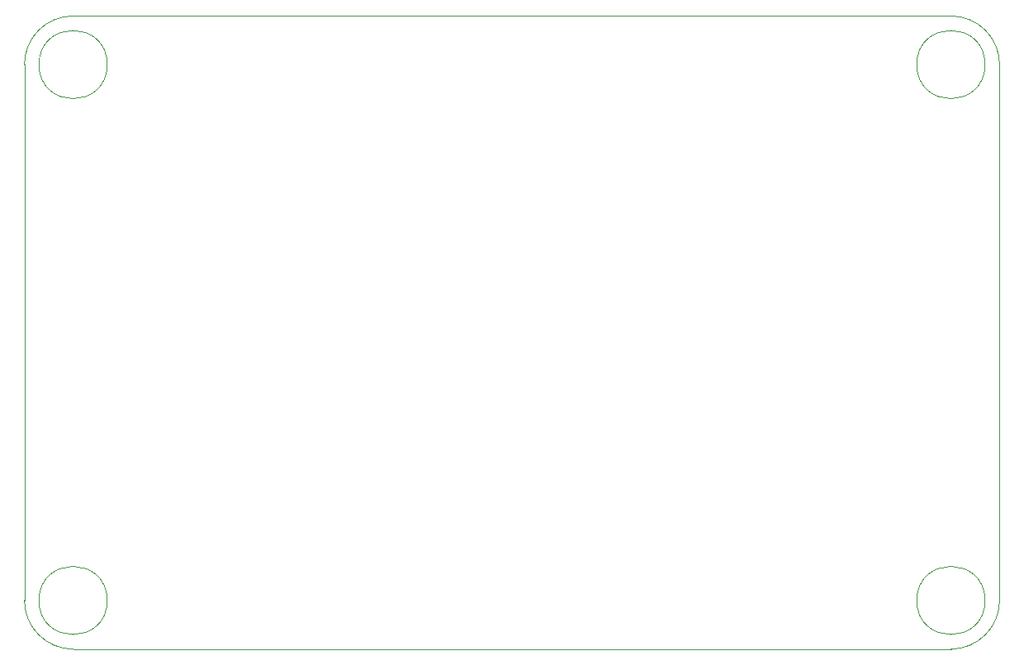
<source format=gbr>
%TF.GenerationSoftware,Altium Limited,Altium Designer,24.0.1 (36)*%
G04 Layer_Color=16711935*
%FSLAX45Y45*%
%MOMM*%
%TF.SameCoordinates,FB142892-ABB5-4026-B094-0FDC62B1FA86*%
%TF.FilePolarity,Positive*%
%TF.FileFunction,Other,Mechanical_1*%
%TF.Part,Single*%
G01*
G75*
%TA.AperFunction,NonConductor*%
%ADD21C,0.01270*%
D21*
X9499384Y1270D02*
G03*
X9998115Y500001I0J498731D01*
G01*
X635D02*
G03*
X499366Y1270I498731J0D01*
G01*
X9998115Y6000012D02*
G03*
X9499384Y6498743I-498731J0D01*
G01*
X499366D02*
G03*
X635Y6000012I0J-498731D01*
G01*
X9849384D02*
G03*
X9849384Y6000012I-350000J0D01*
G01*
Y500001D02*
G03*
X9849384Y500001I-350000J0D01*
G01*
X849366D02*
G03*
X849366Y500001I-350000J0D01*
G01*
Y6000012D02*
G03*
X849366Y6000012I-350000J0D01*
G01*
X499366Y1270D02*
X9499384D01*
X9998115Y500001D02*
Y6000012D01*
X499366Y6498743D02*
X9499384D01*
X635Y500001D02*
Y6000012D01*
%TF.MD5,ff6b9bd23ac6f26d1f0c15b51d35465e*%
M02*

</source>
